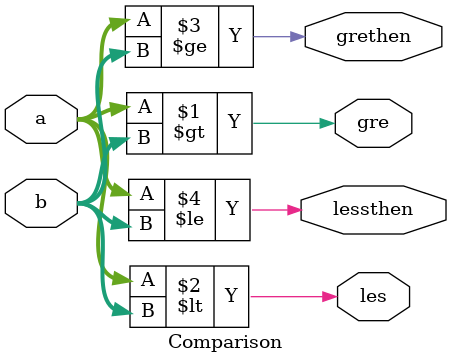
<source format=v>
module Comparison(gre,les,grethen,lessthen,a,b);
	input [3:0]a,b;
	output gre,les,grethen,lessthen;
	assign gre = a > b;
	assign les = a < b;
	assign grethen = a >= b;
	assign lessthen = a <= b;
endmodule

</source>
